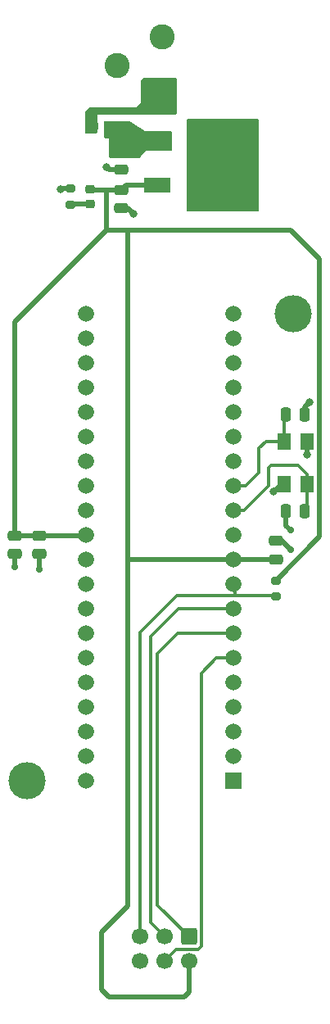
<source format=gbr>
%TF.GenerationSoftware,KiCad,Pcbnew,(6.0.4)*%
%TF.CreationDate,2022-05-17T15:50:22-07:00*%
%TF.ProjectId,Atmega32a-pu(40 pin dip) programmer,41746d65-6761-4333-9261-2d7075283430,rev?*%
%TF.SameCoordinates,Original*%
%TF.FileFunction,Copper,L1,Top*%
%TF.FilePolarity,Positive*%
%FSLAX46Y46*%
G04 Gerber Fmt 4.6, Leading zero omitted, Abs format (unit mm)*
G04 Created by KiCad (PCBNEW (6.0.4)) date 2022-05-17 15:50:22*
%MOMM*%
%LPD*%
G01*
G04 APERTURE LIST*
G04 Aperture macros list*
%AMRoundRect*
0 Rectangle with rounded corners*
0 $1 Rounding radius*
0 $2 $3 $4 $5 $6 $7 $8 $9 X,Y pos of 4 corners*
0 Add a 4 corners polygon primitive as box body*
4,1,4,$2,$3,$4,$5,$6,$7,$8,$9,$2,$3,0*
0 Add four circle primitives for the rounded corners*
1,1,$1+$1,$2,$3*
1,1,$1+$1,$4,$5*
1,1,$1+$1,$6,$7*
1,1,$1+$1,$8,$9*
0 Add four rect primitives between the rounded corners*
20,1,$1+$1,$2,$3,$4,$5,0*
20,1,$1+$1,$4,$5,$6,$7,0*
20,1,$1+$1,$6,$7,$8,$9,0*
20,1,$1+$1,$8,$9,$2,$3,0*%
G04 Aperture macros list end*
%TA.AperFunction,SMDPad,CuDef*%
%ADD10R,2.800000X1.500000*%
%TD*%
%TA.AperFunction,SMDPad,CuDef*%
%ADD11R,6.100000X6.300000*%
%TD*%
%TA.AperFunction,SMDPad,CuDef*%
%ADD12RoundRect,0.250000X-0.475000X0.250000X-0.475000X-0.250000X0.475000X-0.250000X0.475000X0.250000X0*%
%TD*%
%TA.AperFunction,SMDPad,CuDef*%
%ADD13R,1.450000X1.100000*%
%TD*%
%TA.AperFunction,SMDPad,CuDef*%
%ADD14R,0.800000X0.800000*%
%TD*%
%TA.AperFunction,SMDPad,CuDef*%
%ADD15RoundRect,0.250000X0.250000X0.475000X-0.250000X0.475000X-0.250000X-0.475000X0.250000X-0.475000X0*%
%TD*%
%TA.AperFunction,ComponentPad*%
%ADD16R,2.600000X2.600000*%
%TD*%
%TA.AperFunction,ComponentPad*%
%ADD17C,2.600000*%
%TD*%
%TA.AperFunction,SMDPad,CuDef*%
%ADD18RoundRect,0.200000X-0.275000X0.200000X-0.275000X-0.200000X0.275000X-0.200000X0.275000X0.200000X0*%
%TD*%
%TA.AperFunction,SMDPad,CuDef*%
%ADD19RoundRect,0.250000X0.475000X-0.250000X0.475000X0.250000X-0.475000X0.250000X-0.475000X-0.250000X0*%
%TD*%
%TA.AperFunction,ComponentPad*%
%ADD20R,1.665000X1.665000*%
%TD*%
%TA.AperFunction,ComponentPad*%
%ADD21C,1.665000*%
%TD*%
%TA.AperFunction,ComponentPad*%
%ADD22C,3.840000*%
%TD*%
%TA.AperFunction,ComponentPad*%
%ADD23RoundRect,0.250000X-0.600000X0.600000X-0.600000X-0.600000X0.600000X-0.600000X0.600000X0.600000X0*%
%TD*%
%TA.AperFunction,ComponentPad*%
%ADD24C,1.700000*%
%TD*%
%TA.AperFunction,SMDPad,CuDef*%
%ADD25RoundRect,0.218750X0.256250X-0.218750X0.256250X0.218750X-0.256250X0.218750X-0.256250X-0.218750X0*%
%TD*%
%TA.AperFunction,SMDPad,CuDef*%
%ADD26R,1.400000X1.800000*%
%TD*%
%TA.AperFunction,SMDPad,CuDef*%
%ADD27RoundRect,0.250000X-0.250000X-0.475000X0.250000X-0.475000X0.250000X0.475000X-0.250000X0.475000X0*%
%TD*%
%TA.AperFunction,ViaPad*%
%ADD28C,0.800000*%
%TD*%
%TA.AperFunction,ViaPad*%
%ADD29C,0.700000*%
%TD*%
%TA.AperFunction,Conductor*%
%ADD30C,0.500000*%
%TD*%
%TA.AperFunction,Conductor*%
%ADD31C,0.300000*%
%TD*%
G04 APERTURE END LIST*
D10*
%TO.P,U2,1,IN*%
%TO.N,VCC*%
X120250000Y-77714000D03*
D11*
%TO.P,U2,2,GND*%
%TO.N,GND*%
X126500000Y-80000000D03*
D10*
%TO.P,U2,3,OUT*%
%TO.N,+5V*%
X120250000Y-82286000D03*
%TD*%
D12*
%TO.P,C6,1*%
%TO.N,VCC*%
X116500000Y-78800000D03*
%TO.P,C6,2*%
%TO.N,GND*%
X116500000Y-80700000D03*
%TD*%
D13*
%TO.P,D2,1,K*%
%TO.N,VCC*%
X115400000Y-76250000D03*
D14*
%TO.P,D2,2,A*%
%TO.N,VDD*%
X113775000Y-76250000D03*
%TD*%
D12*
%TO.P,C3,1*%
%TO.N,+5V*%
X108000000Y-118550000D03*
%TO.P,C3,2*%
%TO.N,GND*%
X108000000Y-120450000D03*
%TD*%
D15*
%TO.P,C5,1*%
%TO.N,Net-(C5-Pad1)*%
X135450000Y-116000000D03*
%TO.P,C5,2*%
%TO.N,GND*%
X133550000Y-116000000D03*
%TD*%
D16*
%TO.P,J2,1*%
%TO.N,VDD*%
X120750000Y-73000000D03*
D17*
%TO.P,J2,2*%
%TO.N,GND*%
X120750000Y-67000000D03*
%TO.P,J2,3*%
X116050000Y-70000000D03*
%TD*%
D18*
%TO.P,R2,1*%
%TO.N,GND*%
X111250000Y-82675000D03*
%TO.P,R2,2*%
%TO.N,Net-(D1-Pad1)*%
X111250000Y-84325000D03*
%TD*%
D19*
%TO.P,C2,1*%
%TO.N,+5V*%
X132500000Y-121000000D03*
%TO.P,C2,2*%
%TO.N,GND*%
X132500000Y-119100000D03*
%TD*%
D20*
%TO.P,U1,1,PB0*%
%TO.N,unconnected-(U1-Pad1)*%
X128120000Y-143880000D03*
D21*
%TO.P,U1,2,PB1*%
%TO.N,unconnected-(U1-Pad2)*%
X128120000Y-141340000D03*
%TO.P,U1,3,PB2*%
%TO.N,unconnected-(U1-Pad3)*%
X128120000Y-138800000D03*
%TO.P,U1,4,PB3*%
%TO.N,unconnected-(U1-Pad4)*%
X128120000Y-136260000D03*
%TO.P,U1,5,PB4*%
%TO.N,unconnected-(U1-Pad5)*%
X128120000Y-133720000D03*
%TO.P,U1,6,PB5*%
%TO.N,/MOSI*%
X128120000Y-131180000D03*
%TO.P,U1,7,PB6*%
%TO.N,/MISO*%
X128120000Y-128640000D03*
%TO.P,U1,8,PB7*%
%TO.N,/SCK*%
X128120000Y-126100000D03*
%TO.P,U1,9,~{RESET}*%
%TO.N,/RST*%
X128120000Y-123560000D03*
%TO.P,U1,10,VCC*%
%TO.N,+5V*%
X128120000Y-121020000D03*
%TO.P,U1,11,GND*%
%TO.N,GND*%
X128120000Y-118480000D03*
%TO.P,U1,12,XTAL2*%
%TO.N,Net-(C5-Pad1)*%
X128120000Y-115940000D03*
%TO.P,U1,13,XTAL1*%
%TO.N,Net-(C4-Pad1)*%
X128120000Y-113400000D03*
%TO.P,U1,14,PD0*%
%TO.N,unconnected-(U1-Pad14)*%
X128120000Y-110860000D03*
%TO.P,U1,15,PD1*%
%TO.N,unconnected-(U1-Pad15)*%
X128120000Y-108320000D03*
%TO.P,U1,16,PD2*%
%TO.N,unconnected-(U1-Pad16)*%
X128120000Y-105780000D03*
%TO.P,U1,17,PD3*%
%TO.N,unconnected-(U1-Pad17)*%
X128120000Y-103240000D03*
%TO.P,U1,18,PD4*%
%TO.N,unconnected-(U1-Pad18)*%
X128120000Y-100700000D03*
%TO.P,U1,19,PD5*%
%TO.N,unconnected-(U1-Pad19)*%
X128120000Y-98160000D03*
%TO.P,U1,20,PD6*%
%TO.N,unconnected-(U1-Pad20)*%
X128120000Y-95620000D03*
%TO.P,U1,21,PD7*%
%TO.N,unconnected-(U1-Pad21)*%
X112880000Y-95620000D03*
%TO.P,U1,22,PC0*%
%TO.N,unconnected-(U1-Pad22)*%
X112880000Y-98160000D03*
%TO.P,U1,23,PC1*%
%TO.N,unconnected-(U1-Pad23)*%
X112880000Y-100700000D03*
%TO.P,U1,24,PC2*%
%TO.N,unconnected-(U1-Pad24)*%
X112880000Y-103240000D03*
%TO.P,U1,25,PC3*%
%TO.N,unconnected-(U1-Pad25)*%
X112880000Y-105780000D03*
%TO.P,U1,26,PC4*%
%TO.N,unconnected-(U1-Pad26)*%
X112880000Y-108320000D03*
%TO.P,U1,27,PC5*%
%TO.N,unconnected-(U1-Pad27)*%
X112880000Y-110860000D03*
%TO.P,U1,28,PC6*%
%TO.N,unconnected-(U1-Pad28)*%
X112880000Y-113400000D03*
%TO.P,U1,29,PC7*%
%TO.N,unconnected-(U1-Pad29)*%
X112880000Y-115940000D03*
%TO.P,U1,30,AVCC*%
%TO.N,+5V*%
X112880000Y-118480000D03*
%TO.P,U1,31,GND*%
%TO.N,GND*%
X112880000Y-121020000D03*
%TO.P,U1,32,AREF*%
%TO.N,unconnected-(U1-Pad32)*%
X112880000Y-123560000D03*
%TO.P,U1,33,PA7*%
%TO.N,unconnected-(U1-Pad33)*%
X112880000Y-126100000D03*
%TO.P,U1,34,PA6*%
%TO.N,unconnected-(U1-Pad34)*%
X112880000Y-128640000D03*
%TO.P,U1,35,PA5*%
%TO.N,unconnected-(U1-Pad35)*%
X112880000Y-131180000D03*
%TO.P,U1,36,PA4*%
%TO.N,unconnected-(U1-Pad36)*%
X112880000Y-133720000D03*
%TO.P,U1,37,PA3*%
%TO.N,unconnected-(U1-Pad37)*%
X112880000Y-136260000D03*
%TO.P,U1,38,PA2*%
%TO.N,unconnected-(U1-Pad38)*%
X112880000Y-138800000D03*
%TO.P,U1,39,PA1*%
%TO.N,unconnected-(U1-Pad39)*%
X112880000Y-141340000D03*
%TO.P,U1,40,PA0*%
%TO.N,unconnected-(U1-Pad40)*%
X112880000Y-143880000D03*
D22*
%TO.P,U1,MH1*%
%TO.N,N/C*%
X106720000Y-143880000D03*
%TO.P,U1,MH2*%
X134280000Y-95620000D03*
%TD*%
D23*
%TO.P,J1,1,MISO*%
%TO.N,/MISO*%
X123545000Y-160000000D03*
D24*
%TO.P,J1,2,VCC*%
%TO.N,+5V*%
X123545000Y-162540000D03*
%TO.P,J1,3,SCK*%
%TO.N,/SCK*%
X121005000Y-160000000D03*
%TO.P,J1,4,MOSI*%
%TO.N,/MOSI*%
X121005000Y-162540000D03*
%TO.P,J1,5,~{RST}*%
%TO.N,/RST*%
X118465000Y-160000000D03*
%TO.P,J1,6,GND*%
%TO.N,GND*%
X118465000Y-162540000D03*
%TD*%
D12*
%TO.P,C1,1*%
%TO.N,+5V*%
X105500000Y-118550000D03*
%TO.P,C1,2*%
%TO.N,GND*%
X105500000Y-120450000D03*
%TD*%
D18*
%TO.P,R1,1*%
%TO.N,+5V*%
X132500000Y-123175000D03*
%TO.P,R1,2*%
%TO.N,/RST*%
X132500000Y-124825000D03*
%TD*%
D12*
%TO.P,C7,1*%
%TO.N,+5V*%
X116500000Y-82800000D03*
%TO.P,C7,2*%
%TO.N,GND*%
X116500000Y-84700000D03*
%TD*%
D25*
%TO.P,D1,1,K*%
%TO.N,Net-(D1-Pad1)*%
X113250000Y-84287500D03*
%TO.P,D1,2,A*%
%TO.N,+5V*%
X113250000Y-82712500D03*
%TD*%
D26*
%TO.P,Y1,1,1*%
%TO.N,Net-(C4-Pad1)*%
X133300000Y-108800000D03*
%TO.P,Y1,2,2*%
%TO.N,GND*%
X133300000Y-113200000D03*
%TO.P,Y1,3,3*%
%TO.N,Net-(C5-Pad1)*%
X135700000Y-113200000D03*
%TO.P,Y1,4,4*%
%TO.N,GND*%
X135700000Y-108800000D03*
%TD*%
D27*
%TO.P,C4,1*%
%TO.N,Net-(C4-Pad1)*%
X133550000Y-106000000D03*
%TO.P,C4,2*%
%TO.N,GND*%
X135450000Y-106000000D03*
%TD*%
D28*
%TO.N,GND*%
X110250000Y-82750000D03*
D29*
X134000000Y-118000000D03*
D28*
X124000000Y-76250000D03*
X135700000Y-110200000D03*
X130250000Y-79750000D03*
D29*
X105500000Y-121750000D03*
D28*
X126750000Y-76250000D03*
X129250000Y-76250000D03*
X126500000Y-84250000D03*
X117750000Y-85250000D03*
X129250000Y-84250000D03*
X123750000Y-84250000D03*
X115000000Y-80500000D03*
X132250000Y-114000000D03*
D29*
X108000000Y-122000000D03*
D28*
X136000000Y-104750000D03*
D29*
X134000000Y-120000000D03*
%TD*%
D30*
%TO.N,+5V*%
X114500000Y-159500000D02*
X114500000Y-165500000D01*
X132480000Y-121020000D02*
X132500000Y-121000000D01*
X123000000Y-166250000D02*
X123545000Y-165705000D01*
X114500000Y-165500000D02*
X115250000Y-166250000D01*
X115000000Y-87000000D02*
X105500000Y-96500000D01*
X116500000Y-87000000D02*
X134000000Y-87000000D01*
X115250000Y-166250000D02*
X123000000Y-166250000D01*
X112810000Y-118550000D02*
X112880000Y-118480000D01*
X114950000Y-82800000D02*
X115000000Y-82850000D01*
X117165489Y-120915489D02*
X117270000Y-121020000D01*
X113337500Y-82800000D02*
X113250000Y-82712500D01*
X117165489Y-87165489D02*
X117000000Y-87000000D01*
X120250000Y-82286000D02*
X117014000Y-82286000D01*
X128120000Y-121020000D02*
X130480000Y-121020000D01*
X123545000Y-165705000D02*
X123545000Y-162540000D01*
X117165489Y-120915489D02*
X117165489Y-156834511D01*
X134049520Y-87000000D02*
X137000000Y-89950480D01*
X116500000Y-82800000D02*
X114950000Y-82800000D01*
X117165489Y-120915489D02*
X117165489Y-87165489D01*
X117014000Y-82286000D02*
X116500000Y-82800000D01*
X115000000Y-82850000D02*
X115000000Y-87000000D01*
X137000000Y-118675000D02*
X132500000Y-123175000D01*
X105500000Y-118550000D02*
X108000000Y-118550000D01*
X117165489Y-156834511D02*
X114500000Y-159500000D01*
X115000000Y-87000000D02*
X117000000Y-87000000D01*
X130480000Y-121020000D02*
X132480000Y-121020000D01*
X137000000Y-89950480D02*
X137000000Y-118675000D01*
X114950000Y-82800000D02*
X113337500Y-82800000D01*
X117270000Y-121020000D02*
X128120000Y-121020000D01*
X105500000Y-96500000D02*
X105500000Y-118550000D01*
X108000000Y-118550000D02*
X112810000Y-118550000D01*
%TO.N,GND*%
X133550000Y-115500000D02*
X133550000Y-116300000D01*
X117200000Y-84700000D02*
X117750000Y-85250000D01*
X135450000Y-105300000D02*
X136000000Y-104750000D01*
X110325000Y-82675000D02*
X110250000Y-82750000D01*
X133050000Y-113200000D02*
X132250000Y-114000000D01*
X116500000Y-80700000D02*
X115200000Y-80700000D01*
X108000000Y-120450000D02*
X108000000Y-122000000D01*
X133550000Y-117550000D02*
X134000000Y-118000000D01*
X133100000Y-119100000D02*
X134000000Y-120000000D01*
X132500000Y-119100000D02*
X133100000Y-119100000D01*
X135700000Y-108800000D02*
X135700000Y-110200000D01*
X133300000Y-113200000D02*
X133050000Y-113200000D01*
X135450000Y-106000000D02*
X135450000Y-105300000D01*
X111250000Y-82675000D02*
X110325000Y-82675000D01*
X133550000Y-116000000D02*
X133550000Y-117550000D01*
X116500000Y-84700000D02*
X117200000Y-84700000D01*
X115200000Y-80700000D02*
X115000000Y-80500000D01*
X105500000Y-120450000D02*
X105500000Y-121750000D01*
D31*
%TO.N,Net-(C4-Pad1)*%
X129350000Y-113400000D02*
X130750000Y-112000000D01*
X130750000Y-109500000D02*
X131450000Y-108800000D01*
X133300000Y-106250000D02*
X133550000Y-106000000D01*
X130750000Y-112000000D02*
X130750000Y-109500000D01*
X133300000Y-108800000D02*
X133300000Y-106250000D01*
X128120000Y-113400000D02*
X129350000Y-113400000D01*
X131450000Y-108800000D02*
X133300000Y-108800000D01*
%TO.N,Net-(C5-Pad1)*%
X135700000Y-112200000D02*
X135700000Y-113200000D01*
X129190000Y-115940000D02*
X131750000Y-113380000D01*
X134750000Y-111250000D02*
X135700000Y-112200000D01*
X135700000Y-115750000D02*
X135450000Y-116000000D01*
X128120000Y-115940000D02*
X129190000Y-115940000D01*
X135700000Y-113200000D02*
X135700000Y-115750000D01*
X131750000Y-111500000D02*
X132000000Y-111250000D01*
X131750000Y-113380000D02*
X131750000Y-111500000D01*
X132000000Y-111250000D02*
X134750000Y-111250000D01*
X135450000Y-113450000D02*
X135700000Y-113200000D01*
D30*
%TO.N,Net-(D1-Pad1)*%
X113250000Y-84287500D02*
X111287500Y-84287500D01*
X111287500Y-84287500D02*
X111250000Y-84325000D01*
D31*
%TO.N,/MISO*%
X120250000Y-130750000D02*
X120250000Y-156705000D01*
X128120000Y-128640000D02*
X122360000Y-128640000D01*
X120250000Y-156705000D02*
X123545000Y-160000000D01*
X122360000Y-128640000D02*
X120250000Y-130750000D01*
%TO.N,/SCK*%
X128120000Y-126100000D02*
X122400000Y-126100000D01*
X119500000Y-158495000D02*
X121005000Y-160000000D01*
X122400000Y-126100000D02*
X119500000Y-129000000D01*
X119500000Y-129000000D02*
X119500000Y-158495000D01*
%TO.N,/MOSI*%
X124750000Y-161000000D02*
X124750000Y-132750000D01*
X122204511Y-161340489D02*
X124409511Y-161340489D01*
X121005000Y-162540000D02*
X122204511Y-161340489D01*
X126320000Y-131180000D02*
X128120000Y-131180000D01*
X124409511Y-161340489D02*
X124750000Y-161000000D01*
X124750000Y-132750000D02*
X126320000Y-131180000D01*
%TO.N,/RST*%
X128250000Y-124750000D02*
X128250000Y-123690000D01*
X128250000Y-123690000D02*
X128120000Y-123560000D01*
X118465000Y-160000000D02*
X118465000Y-128535000D01*
X132425000Y-124750000D02*
X132500000Y-124825000D01*
X122250000Y-124750000D02*
X128250000Y-124750000D01*
X118465000Y-128535000D02*
X122250000Y-124750000D01*
X128250000Y-124750000D02*
X132425000Y-124750000D01*
%TD*%
%TA.AperFunction,Conductor*%
%TO.N,VCC*%
G36*
X117531743Y-75771162D02*
G01*
X118984477Y-76739652D01*
X118984479Y-76739653D01*
X119000000Y-76750000D01*
X121624000Y-76750000D01*
X121692121Y-76770002D01*
X121738614Y-76823658D01*
X121750000Y-76876000D01*
X121750000Y-78624000D01*
X121729998Y-78692121D01*
X121676342Y-78738614D01*
X121624000Y-78750000D01*
X119000000Y-78750000D01*
X118500000Y-79250000D01*
X118500000Y-79374000D01*
X118479998Y-79442121D01*
X118426342Y-79488614D01*
X118374000Y-79500000D01*
X115376000Y-79500000D01*
X115307879Y-79479998D01*
X115261386Y-79426342D01*
X115250000Y-79374000D01*
X115250000Y-77500000D01*
X114876000Y-77500000D01*
X114807879Y-77479998D01*
X114761386Y-77426342D01*
X114750000Y-77374000D01*
X114750000Y-75876000D01*
X114770002Y-75807879D01*
X114823658Y-75761386D01*
X114876000Y-75750000D01*
X117461851Y-75750000D01*
X117531743Y-75771162D01*
G37*
%TD.AperFunction*%
%TD*%
%TA.AperFunction,Conductor*%
%TO.N,GND*%
G36*
X130692121Y-75520002D02*
G01*
X130738614Y-75573658D01*
X130750000Y-75626000D01*
X130750000Y-84874000D01*
X130729998Y-84942121D01*
X130676342Y-84988614D01*
X130624000Y-85000000D01*
X123376000Y-85000000D01*
X123307879Y-84979998D01*
X123261386Y-84926342D01*
X123250000Y-84874000D01*
X123250000Y-75626000D01*
X123270002Y-75557879D01*
X123323658Y-75511386D01*
X123376000Y-75500000D01*
X130624000Y-75500000D01*
X130692121Y-75520002D01*
G37*
%TD.AperFunction*%
%TD*%
%TA.AperFunction,Conductor*%
%TO.N,VDD*%
G36*
X122192121Y-71270002D02*
G01*
X122238614Y-71323658D01*
X122250000Y-71376000D01*
X122250000Y-74874000D01*
X122229998Y-74942121D01*
X122176342Y-74988614D01*
X122124000Y-75000000D01*
X114000000Y-75000000D01*
X114000000Y-76874000D01*
X113979998Y-76942121D01*
X113926342Y-76988614D01*
X113874000Y-77000000D01*
X112876000Y-77000000D01*
X112807879Y-76979998D01*
X112761386Y-76926342D01*
X112750000Y-76874000D01*
X112750000Y-74802190D01*
X112770002Y-74734069D01*
X112786905Y-74713095D01*
X113213095Y-74286905D01*
X113275407Y-74252879D01*
X113302190Y-74250000D01*
X118000000Y-74250000D01*
X118500000Y-73750000D01*
X118500000Y-71552190D01*
X118520002Y-71484069D01*
X118536905Y-71463095D01*
X118713095Y-71286905D01*
X118775407Y-71252879D01*
X118802190Y-71250000D01*
X122124000Y-71250000D01*
X122192121Y-71270002D01*
G37*
%TD.AperFunction*%
%TD*%
M02*

</source>
